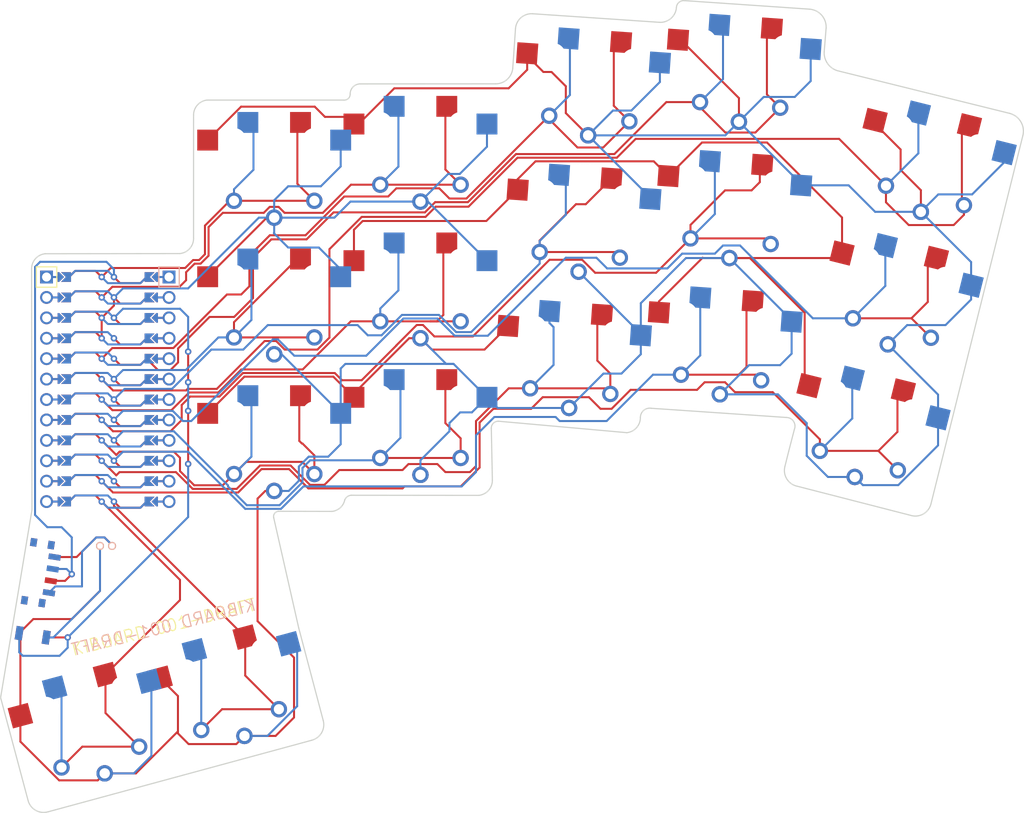
<source format=kicad_pcb>
(kicad_pcb (version 20211014) (generator pcbnew)
  (title_block (title "kiboard") (rev "v1.0.0") (company "Unknown"))
  (layers (0 "F.Cu" signal) (31 "B.Cu" signal) (34 "B.Paste" user) (35 "F.Paste" user) (36 "B.SilkS" user "B.Silkscreen") (37 "F.SilkS" user "F.Silkscreen") (38 "B.Mask" user) (39 "F.Mask" user) (44 "Edge.Cuts" user))
  (net 0 "")
  (net 1 "Switch11")
  (net 2 "GND")
  (net 3 "Switch06")
  (net 4 "Switch01")
  (net 5 "Switch12")
  (net 6 "Switch07")
  (net 7 "Switch02")
  (net 8 "Switch13")
  (net 9 "Switch08")
  (net 10 "Switch03")
  (net 11 "Switch14")
  (net 12 "Switch09")
  (net 13 "Switch04")
  (net 14 "Switch15")
  (net 15 "Switch10")
  (net 16 "Switch05")
  (net 17 "Switch16")
  (net 18 "Switch17")
  (net 19 "RAW")
  (net 20 "RST")
  (net 21 "VCC")
  (net 22 "P16")
  (net 23 "pos")
  (footprint "SW_SPST_B3U-1000P-Ben-Vallack" (layer "F.Cu") (at -13.243167 23.86139 -9)
    (fp_text reference "")
    (fp_text value "")
  )
  (footprint "PG1350" (layer "F.Cu") (at 55.086104 -27.265565 -4)
    (fp_text reference "S15" hide)
    (fp_text value "" hide)
  )
  (footprint "PG1350" (layer "F.Cu") (at 35 -19)
    (fp_text reference "S9" hide)
    (fp_text value "" hide)
  )
  (footprint "PG1350" (layer "F.Cu") (at 75.035924 -45.919375 176)
    (fp_text reference "S24" hide)
    (fp_text value "" hide)
  )
  (footprint "PG1350" (layer "F.Cu") (at 11.57333 30.682514 -165)
    (fp_text reference "S34" hide)
    (fp_text value "" hide)
  )
  (footprint "PG1350" (layer "F.Cu") (at -5.813335 35.341257 15)
    (fp_text reference "S31" hide)
    (fp_text value "" hide)
  )
  (footprint "PG1350" (layer "F.Cu") (at 16.8 -17 180)
    (fp_text reference "S4" hide)
    (fp_text value "" hide)
  )
  (footprint "PG1350" (layer "F.Cu") (at 16.8 -17)
    (fp_text reference "S3" hide)
    (fp_text value "" hide)
  )
  (footprint "PG1350" (layer "F.Cu") (at 35 -36)
    (fp_text reference "S11" hide)
    (fp_text value "" hide)
  )
  (footprint "lib:bat" (layer "F.Cu") (at -4.120835 12.743763 90)
    (fp_text reference "")
    (fp_text value "")
  )
  (footprint "PG1350" (layer "F.Cu") (at 56.271964 -44.224153 -4)
    (fp_text reference "S17" hide)
    (fp_text value "" hide)
  )
  (footprint "ProMicro" (layer "F.Cu") (at -3.9 -6.743356 -90)
    (fp_text reference "MCU1" hide)
    (fp_text value "")
  )
  (footprint "PG1350" (layer "F.Cu") (at 35 -2)
    (fp_text reference "S7" hide)
    (fp_text value "" hide)
  )
  (footprint "PG1350" (layer "F.Cu") (at 16.8 0)
    (fp_text reference "S1" hide)
    (fp_text value "" hide)
  )
  (footprint "PG1350" (layer "F.Cu") (at 35 -36 180)
    (fp_text reference "S12" hide)
    (fp_text value "" hide)
  )
  (footprint "PG1350" (layer "F.Cu") (at 53.900244 -10.306976 -4)
    (fp_text reference "S13" hide)
    (fp_text value "" hide)
  )
  (footprint "PG1350" (layer "F.Cu") (at 53.900244 -10.306976 176)
    (fp_text reference "S14" hide)
    (fp_text value "" hide)
  )
  (footprint "PG1350" (layer "F.Cu") (at 16.8 0 180)
    (fp_text reference "S2" hide)
    (fp_text value "" hide)
  )
  (footprint "PG1350" (layer "F.Cu") (at 72.664204 -12.002197 176)
    (fp_text reference "S20" hide)
    (fp_text value "" hide)
  )
  (footprint "PG1350" (layer "F.Cu") (at 56.271964 -44.224153 176)
    (fp_text reference "S18" hide)
    (fp_text value "" hide)
  )
  (footprint "PG1350" (layer "F.Cu") (at 75.035924 -45.919375 -4)
    (fp_text reference "S23" hide)
    (fp_text value "" hide)
  )
  (footprint "SW_SPDT_PCM12-Ben-Vallack" (layer "F.Cu") (at -12.285552 16.12522 -99)
    (fp_text reference "")
    (fp_text value "")
  )
  (footprint "PG1350" (layer "F.Cu") (at -5.813335 35.341257 -165)
    (fp_text reference "S32" hide)
    (fp_text value "" hide)
  )
  (footprint "PG1350" (layer "F.Cu") (at 94.576735 -18.056488 166)
    (fp_text reference "S28" hide)
    (fp_text value "" hide)
  )
  (footprint "PG1350" (layer "F.Cu") (at 90.464063 -1.561461 -14)
    (fp_text reference "S25" hide)
    (fp_text value "" hide)
  )
  (footprint "PG1350" (layer "F.Cu") (at 90.464063 -1.561461 166)
    (fp_text reference "S26" hide)
    (fp_text value "" hide)
  )
  (footprint "PG1350" (layer "F.Cu") (at 98.689407 -34.551516 166)
    (fp_text reference "S30" hide)
    (fp_text value "" hide)
  )
  (footprint "PG1350" (layer "F.Cu") (at 16.8 -34)
    (fp_text reference "S5" hide)
    (fp_text value "" hide)
  )
  (footprint "PG1350" (layer "F.Cu") (at 73.850064 -28.960786 176)
    (fp_text reference "S22" hide)
    (fp_text value "" hide)
  )
  (footprint "PG1350" (layer "F.Cu") (at 55.086104 -27.265565 176)
    (fp_text reference "S16" hide)
    (fp_text value "" hide)
  )
  (footprint "PG1350" (layer "F.Cu") (at 35 -19 180)
    (fp_text reference "S10" hide)
    (fp_text value "" hide)
  )
  (footprint "PG1350" (layer "F.Cu") (at 73.850064 -28.960786 -4)
    (fp_text reference "S21" hide)
    (fp_text value "" hide)
  )
  (footprint "PG1350" (layer "F.Cu") (at 98.689407 -34.551516 -14)
    (fp_text reference "S29" hide)
    (fp_text value "" hide)
  )
  (footprint "PG1350" (layer "F.Cu") (at 94.576735 -18.056488 -14)
    (fp_text reference "S27" hide)
    (fp_text value "" hide)
  )
  (footprint "PG1350" (layer "F.Cu") (at 16.8 -34 180)
    (fp_text reference "S6" hide)
    (fp_text value "" hide)
  )
  (footprint "PG1350" (layer "F.Cu") (at 72.664204 -12.002197 -4)
    (fp_text reference "S19" hide)
    (fp_text value "" hide)
  )
  (footprint "PG1350" (layer "F.Cu") (at 35 -2 180)
    (fp_text reference "S8" hide)
    (fp_text value "" hide)
  )
  (footprint "PG1350" (layer "F.Cu") (at 11.57333 30.682514 15)
    (fp_text reference "S33" hide)
    (fp_text value "" hide)
  )
  (gr_arc (start 25.577345 7.033881) (mid 25.902749 6.611479) (end 26.406779 6.437701) (layer "Edge.Cuts") (width 0.15))
  (gr_line (start 19.850739 22.94252) (end 22.903043 34.466406) (layer "Edge.Cuts") (width 0.15))
  (gr_line (start 83.403606 -54.040433) (end 67.824319 -55.103668) (layer "Edge.Cuts") (width 0.15))
  (gr_arc (start 22.903043 34.466406) (mid 22.703242 35.984044) (end 21.488829 36.915896) (layer "Edge.Cuts") (width 0.15))
  (gr_arc (start 6.768716 -40.854553) (mid 7.252951 -42.117848) (end 8.458283 -42.732317) (layer "Edge.Cuts") (width 0.15))
  (gr_line (start 80.80755 1) (end 80.341002 2.871219) (layer "Edge.Cuts") (width 0.15))
  (gr_arc (start 83.403606 -54.040433) (mid 84.914721 -53.293857) (end 85.472861 -51.701077) (layer "Edge.Cuts") (width 0.15))
  (gr_line (start 43.94802 4.576294) (end 43.815 -1.905) (layer "Edge.Cuts") (width 0.15))
  (gr_line (start 19.850739 22.94252) (end 16.74436 9.247227) (layer "Edge.Cuts") (width 0.15))
  (gr_arc (start 86.995 -46.355) (mid 85.684564 -47.231988) (end 85.233433 -48.742892) (layer "Edge.Cuts") (width 0.15))
  (gr_arc (start 81.79775 5.295655) (mid 80.567259 4.385139) (end 80.341002 2.871219) (layer "Edge.Cuts") (width 0.15))
  (gr_arc (start 108.305267 -41.075131) (mid 109.694623 -40.035561) (end 109.952453 -38.317862) (layer "Edge.Cuts") (width 0.15))
  (gr_arc (start 66.847853 -54.260866) (mid 67.160681 -54.88574) (end 67.824319 -55.103668) (layer "Edge.Cuts") (width 0.15))
  (gr_arc (start -11.369679 45.833012) (mid -12.887317 45.633211) (end -13.819169 44.418798) (layer "Edge.Cuts") (width 0.15))
  (gr_line (start 80.80755 1) (end 81.530155 -1.783638) (layer "Edge.Cuts") (width 0.15))
  (gr_line (start 86.995 -46.355) (end 108.305267 -41.075131) (layer "Edge.Cuts") (width 0.15))
  (gr_line (start 85.233433 -48.742892) (end 85.472861 -51.701077) (layer "Edge.Cuts") (width 0.15))
  (gr_arc (start 62.363719 -3.2248) (mid 62.773005 -4.120096) (end 63.715618 -4.383326) (layer "Edge.Cuts") (width 0.15))
  (gr_arc (start 16.74436 9.247227) (mid 16.840046 8.712397) (end 17.311759 8.433133) (layer "Edge.Cuts") (width 0.15))
  (gr_line (start 81.79775 5.295654) (end 96.09464 8.967607) (layer "Edge.Cuts") (width 0.15))
  (gr_arc (start -13.383456 -21.732937) (mid -12.898665 -22.995732) (end -11.693889 -23.610701) (layer "Edge.Cuts") (width 0.15))
  (gr_line (start -17.238704 31.61411) (end -13.335 8.255) (layer "Edge.Cuts") (width 0.15))
  (gr_arc (start 98.519076 7.510859) (mid 97.608559 8.741338) (end 96.09464 8.967607) (layer "Edge.Cuts") (width 0.15))
  (gr_line (start 6.769567 -38.961764) (end 6.769567 -25.511063) (layer "Edge.Cuts") (width 0.15))
  (gr_line (start 98.519076 7.510859) (end 109.952453 -38.317862) (layer "Edge.Cuts") (width 0.15))
  (gr_arc (start 46.483147 -46.693495) (mid 45.796645 -45.309046) (end 44.356003 -44.75) (layer "Edge.Cuts") (width 0.15))
  (gr_arc (start 46.824569 -51.613827) (mid 47.507567 -52.983769) (end 48.95921 -53.469442) (layer "Edge.Cuts") (width 0.15))
  (gr_arc (start 62.363719 -3.2248) (mid 61.878928 -1.962005) (end 60.674152 -1.347036) (layer "Edge.Cuts") (width 0.15))
  (gr_line (start 46.824569 -51.613827) (end 46.483147 -46.693495) (layer "Edge.Cuts") (width 0.15))
  (gr_line (start -13.383456 -21.732937) (end -13.335 8.255) (layer "Edge.Cuts") (width 0.15))
  (gr_line (start 80.519646 -3.239149) (end 63.715618 -4.383326) (layer "Edge.Cuts") (width 0.15))
  (gr_line (start 8.458283 -42.732317) (end 25.444556 -42.731539) (layer "Edge.Cuts") (width 0.15))
  (gr_line (start -17.238704 31.61411) (end -13.819169 44.418798) (layer "Edge.Cuts") (width 0.15))
  (gr_arc (start 6.769567 -25.511063) (mid 6.284776 -24.248268) (end 5.08 -23.633299) (layer "Edge.Cuts") (width 0.15))
  (gr_line (start 6.769567 -38.961764) (end 6.768716 -40.854553) (layer "Edge.Cuts") (width 0.15))
  (gr_arc (start 25.577345 7.033881) (mid 25.012249 7.997899) (end 23.990568 8.449092) (layer "Edge.Cuts") (width 0.15))
  (gr_line (start 60.674152 -1.347036) (end 44.728806 -2.770146) (layer "Edge.Cuts") (width 0.15))
  (gr_line (start 48.95921 -53.469442) (end 64.713211 -52.40525) (layer "Edge.Cuts") (width 0.15))
  (gr_line (start 42.258453 6.454058) (end 26.406779 6.437701) (layer "Edge.Cuts") (width 0.15))
  (gr_line (start -11.693889 -23.610701) (end 5.08 -23.633299) (layer "Edge.Cuts") (width 0.15))
  (gr_line (start 27.433904 -44.740295) (end 44.356003 -44.75) (layer "Edge.Cuts") (width 0.15))
  (gr_line (start 23.990568 8.449092) (end 17.311759 8.433133) (layer "Edge.Cuts") (width 0.15))
  (gr_arc (start 43.94802 4.576294) (mid 43.463229 5.839089) (end 42.258453 6.454058) (layer "Edge.Cuts") (width 0.15))
  (gr_arc (start 66.847853 -54.260866) (mid 66.164843 -52.890959) (end 64.713211 -52.40525) (layer "Edge.Cuts") (width 0.15))
  (gr_line (start -11.369679 45.833012) (end 21.488829 36.915896) (layer "Edge.Cuts") (width 0.15))
  (gr_arc (start 26.249999 -43.459349) (mid 26.012812 -42.912333) (end 25.444556 -42.731539) (layer "Edge.Cuts") (width 0.15))
  (gr_arc (start 80.519646 -3.239149) (mid 81.403324 -2.778603) (end 81.530155 -1.783638) (layer "Edge.Cuts") (width 0.15))
  (gr_arc (start 43.815 -1.905) (mid 44.083856 -2.536244) (end 44.728806 -2.770146) (layer "Edge.Cuts") (width 0.15))
  (gr_arc (start 26.249999 -43.459349) (mid 26.585537 -44.334121) (end 27.433904 -44.740295) (layer "Edge.Cuts") (width 0.15))
  (gr_text "KIBOARD 001-DRAFT" (at 3.048 22.86 14) (layer "B.SilkS") (effects (font (size 1.5 1.5)) (justify mirror)))
  (gr_text "KIBOARD 001-DRAFT" (at 3.048 22.86 14) (layer "F.SilkS") (effects (font (size 1.5 1.5))))
  (segment (start 11.8 3.8) (end 13.314 2.286) (width 0.25) (layer "F.Cu") (net 1))
  (segment (start 20.246697 0) (end 19.924999 -0.321698) (width 0.25) (layer "F.Cu") (net 1))
  (segment (start 21.8 3.8) (end 21.8 1.48) (width 0.25) (layer "F.Cu") (net 1))
  (segment (start -2.847 1.421644) (end -2.447 1.021644) (width 0.25) (layer "F.Cu") (net 1))
  (segment (start 6.848396 5.196) (end 10.404 5.196) (width 0.25) (layer "F.Cu") (net 1))
  (segment (start 21.8 1.48) (end 20.32 0) (width 0.25) (layer "F.Cu") (net 1))
  (segment (start 20.32 0) (end 20.246697 0) (width 0.25) (layer "F.Cu") (net 1))
  (segment (start 20.286 2.286) (end 21.8 3.8) (width 0.25) (layer "F.Cu") (net 1))
  (segment (start 5.08 3.427604) (end 6.848396 5.196) (width 0.25) (layer "F.Cu") (net 1))
  (segment (start 19.924999 -5.799999) (end 20.075 -5.95) (width 0.25) (layer "F.Cu") (net 1))
  (segment (start -4.662 -0.393356) (end -2.847 1.421644) (width 0.25) (layer "F.Cu") (net 1))
  (segment (start 10.404 5.196) (end 11.8 3.8) (width 0.25) (layer "F.Cu") (net 1))
  (segment (start -2.447 1.021644) (end 4.323644 1.021644) (width 0.25) (layer "F.Cu") (net 1))
  (segment (start 4.323644 1.021644) (end 5.08 1.778) (width 0.25) (layer "F.Cu") (net 1))
  (segment (start 5.08 1.778) (end 5.08 3.427604) (width 0.25) (layer "F.Cu") (net 1))
  (segment (start 13.314 2.286) (end 20.286 2.286) (width 0.25) (layer "F.Cu") (net 1))
  (segment (start 19.924999 -0.321698) (end 19.924999 -5.799999) (width 0.25) (layer "F.Cu") (net 1))
  (segment (start 13.97 1.63) (end 11.8 3.8) (width 0.25) (layer "B.Cu") (net 1))
  (segment (start 13.525 -5.95) (end 13.97 -5.505) (width 0.25) (layer "B.Cu") (net 1))
  (segment (start 13.97 -5.505) (end 13.97 1.63) (width 0.25) (layer "B.Cu") (net 1))
  (segment (start 70.031922 -37.454) (end 78.116 -37.454) (width 0.25) (layer "F.Cu") (net 2))
  (segment (start 48.278708 -48.241292) (end 48.278708 -48.542253) (width 0.25) (layer "F.Cu") (net 2))
  (segment (start 42.965912 -11.684) (end 36.416 -11.684) (width 0.25) (layer "F.Cu") (net 2))
  (segment (start 48.278708 -46.500708) (end 45.974 -44.196) (width 0.25) (layer "F.Cu") (net 2))
  (segment (start -14.776943 23.740745) (end -14.922237 23.595451) (width 0.25) (layer "F.Cu") (net 2))
  (segment (start 50.292 -46.228) (end 48.278708 -48.241292) (width 0.25) (layer "F.Cu") (net 2))
  (segment (start 70.104 -23.114) (end 70.142842 -23.075158) (width 0.25) (layer "F.Cu") (net 2))
  (segment (start -14.922237 23.595451) (end -13.170786 21.844) (width 0.25) (layer "F.Cu") (net 2))
  (segment (start 87.454745 -28.115255) (end 87.454745 -23.697001) (width 0.25) (layer "F.Cu") (net 2))
  (segment (start 8.525 -37.75) (end 12.685 -41.91) (width 0.25) (layer "F.Cu") (net 2))
  (segment (start -5.156084 41.91) (end -4.286303 41.040219) (width 0.25) (layer "F.Cu") (net 2))
  (segment (start -3.138 -18.173356) (end -3.138 -17.157356) (width 0.25) (layer "F.Cu") (net 2))
  (segment (start 24.158281 -8.316719) (end 26.725 -5.75) (width 0.25) (layer "F.Cu") (net 2))
  (segment (start 26.725 -6.230003) (end 33.594997 -13.1) (width 0.25) (layer "F.Cu") (net 2))
  (segment (start 13.100362 36.381476) (end 12.084363 37.397475) (width 0.25) (layer "F.Cu") (net 2))
  (segment (start 78.116 -37.454) (end 87.454745 -28.115255) (width 0.25) (layer "F.Cu") (net 2))
  (segment (start 74.624361 -42.977639) (end 67.364525 -50.237475) (width 0.25) (layer "F.Cu") (net 2))
  (segment (start 14.732 22.098) (end 14.732 6.858) (width 0.25) (layer "F.Cu") (net 2))
  (segment (start 25.835 -40.64) (end 26.725 -39.75) (width 0.25) (layer "F.Cu") (net 2))
  (segment (start 75.984842 -23.075158) (end 73.438501 -23.075158) (width 0.25) (layer "F.Cu") (net 2))
  (segment (start 4.826 35.814) (end 4.826 31.418298) (width 0.25) (layer "F.Cu") (net 2))
  (segment (start 49.316008 -35.11) (end 64.025694 -35.11) (width 0.25) (layer "F.Cu") (net 2))
  (segment (start 8.525 -3.75) (end 13.091719 -8.316719) (width 0.25) (layer "F.Cu") (net 2))
  (segment (start -9.951783 41.91) (end -5.156084 41.91) (width 0.25) (layer "F.Cu") (net 2))
  (segment (start 74.624361 -40.033747) (end 74.624361 -42.977639) (width 0.25) (layer "F.Cu") (net 2))
  (segment (start 70.142842 -23.075158) (end 73.438501 -23.075158) (width 0.25) (layer "F.Cu") (net 2))
  (segment (start 21.844 -41.91) (end 23.114 -40.64) (width 0.25) (layer "F.Cu") (net 2))
  (segment (start 87.454745 -23.697001) (end 86.832902 -23.075158) (width 0.25) (layer "F.Cu") (net 2))
  (segment (start 33.594997 -13.1) (end 35 -13.1) (width 0.25) (layer "F.Cu") (net 2))
  (segment (start 64.025694 -35.11) (end 65.856808 -33.278886) (width 0.25) (layer "F.Cu") (net 2))
  (segment (start 8.525 -20.75) (end 15.875 -28.1) (width 0.25) (layer "F.Cu") (net 2))
  (segment (start 23.114 -40.64) (end 25.835 -40.64) (width 0.25) (layer "F.Cu") (net 2))
  (segment (start 67.364525 -50.237475) (end 67.042668 -50.237475) (width 0.25) (layer "F.Cu") (net 2))
  (segment (start 6.155475 37.397475) (end 4.826 36.068) (width 0.25) (layer "F.Cu") (net 2))
  (segment (start 36.416 -11.684) (end 35 -13.1) (width 0.25) (layer "F.Cu") (net 2))
  (segment (start 47.092848 -32.88684) (end 49.316008 -35.11) (width 0.25) (layer "F.Cu") (net 2))
  (segment (start 94.742 -36.576) (end 91.567417 -39.750583) (width 0.25) (layer "F.Cu") (net 2))
  (segment (start -3.138 -17.157356) (end -4.662 -15.633356) (width 0.25) (layer "F.Cu") (net 2))
  (segment (start 91.567417 -39.750583) (end 91.567417 -40.192029) (width 0.25) (layer "F.Cu") (net 2))
  (segment (start 43.195183 -27.686) (end 47.092848 -31.583665) (width 0.25) (layer "F.Cu") (net 2))
  (segment (start 97.262068 -31.515932) (end 94.742 -34.036) (width 0.25) (layer "F.Cu") (net 2))
  (segment (start 65.856808 -33.278886) (end 70.031922 -37.454) (width 0.25) (layer "F.Cu") (net 2))
  (segment (start 97.262068 -28.826771) (end 97.262068 -31.515932) (width 0.25) (layer "F.Cu") (net 2))
  (segment (start 12.084363 37.397475) (end 6.155475 37.397475) (width 0.25) (layer "F.Cu") (net 2))
  (segment (start 64.670948 -16.320297) (end 64.670948 -17.680948) (width 0.25) (layer "F.Cu") (net 2))
  (segment (start 86.832902 -23.075158) (end 73.438501 -23.075158) (width 0.25) (layer "F.Cu") (net 2))
  (segment (start 31.75 -44.196) (end 27.304 -39.75) (width 0.25) (layer "F.Cu") (net 2))
  (segment (start 94.742 -34.036) (end 94.742 -36.576) (width 0.25) (layer "F.Cu") (net 2))
  (segment (start 53.086 -44.45) (end 51.308 -46.228) (width 0.25) (layer "F.Cu") (net 2))
  (segment (start 55.860401 -38.338525) (end 53.086 -41.112926) (width 0.25) (layer "F.Cu") (net 2))
  (segment (start 83.342073 -7.201974) (end 82.804 -7.740047) (width 0.25) (layer "F.Cu") (net 2))
  (segment (start 64.670948 -17.680948) (end 70.104 -23.114) (width 0.25) (layer "F.Cu") (net 2))
  (segment (start 14.732 6.858) (end 15.69 5.9) (width 0.25) (layer "F.Cu") (net 2))
  (segment (start -8.382 21.844) (end -4.870835 18.332835) (width 0.25) (layer "F.Cu") (net 2))
  (segment (start 51.308 -46.228) (end 50.292 -46.228) (width 0.25) (layer "F.Cu") (net 2))
  (segment (start 4.826 31.418298) (end 2.609722 29.20202) (width 0.25) (layer "F.Cu") (net 2))
  (segment (start 19.269753 26.635753) (end 14.732 22.098) (width 0.25) (layer "F.Cu") (net 2))
  (segment (start 27.819095 -27.686) (end 43.195183 -27.686) (width 0.25) (layer "F.Cu") (net 2))
  (segment (start 47.092848 -31.583665) (end 47.092848 -32.88684) (width 0.25) (layer "F.Cu") (net 2))
  (segment (start 12.685 -41.91) (end 21.844 -41.91) (width 0.25) (layer "F.Cu") (net 2))
  (segment (start -4.286303 41.040219) (end -0.400219 41.040219) (width 0.25) (layer "F.Cu") (net 2))
  (segment (start 45.974 -44.196) (end 31.75 -44.196) (width 0.25) (layer "F.Cu") (net 2))
  (segment (start -0.400219 41.040219) (end 4.826 35.814) (width 0.25) (layer "F.Cu") (net 2))
  (segment (start 16.977215 36.381476) (end 19.269753 34.088938) (width 0.25) (layer "F.Cu") (net 2))
  (segment (start -4.662 -15.633356) (end -4.662 -13.093356) (width 0.25) (layer "F.Cu") (net 2))
  (segment (start 45.906988 -14.625076) (end 42.965912 -11.684) (width 0.25) (layer "F.Cu") (net 2))
  (segment (start -13.170786 21.844) (end -8.382 21.844) (width 0.25) (layer "F.Cu") (net 2))
  (segment (start -14.776943 37.08484) (end -9.951783 41.91) (width 0.25) (layer "F.Cu") (net 2))
  (segment (start -14.776943 33.860763) (end -14.776943 37.08484) (width 0.25) (layer "F.Cu") (net 2))
  (segment (start 48.278708 -48.542253) (end 48.278708 -46.500708) (width 0.25) (layer "F.Cu") (net 2))
  (segment (start 82.804 -7.740047) (end 82.804 -16.256) (width 0.25) (layer "F.Cu") (net 2))
  (segment (start 27.304 -39.75) (end 26.725 -39.75) (width 0.25) (layer "F.Cu") (net 2))
  (segment (start 13.100362 36.381476) (end 16.977215 36.381476) (width 0.25) (layer "F.Cu") (net 2))
  (segment (start 13.091719 -8.316719) (end 24.158281 -8.316719) (width 0.25) (layer "F.Cu") (net 2))
  (segment (start 53.086 -41.112926) (end 53.086 -44.45) (width 0.25) (layer "F.Cu") (net 2))
  (segment (start 4.826 36.068) (end 4.826 35.814) (width 0.25) (layer "F.Cu") (net 2))
  (segment (start 19.269753 34.088938) (end 19.269753 26.635753) (width 0.25) (layer "F.Cu") (net 2))
  (segment (start 26.725 -22.75) (end 26.725 -26.591905) (width 0.25) (layer "F.Cu") (net 2))
  (segment (start 26.725 -5.75) (end 26.725 -6.230003) (width 0.25) (layer "F.Cu") (net 2))
  (segment (start -4.870835 18.332835) (end -4.870835 12.743763) (width 0.25) (layer "F.Cu") (net 2))
  (segment (start 15.69 5.9) (end 16.8 5.9) (width 0.25) (layer "F.Cu") (net 2))
  (segment (start 26.725 -26.591905) (end 27.819095 -27.686) (width 0.25) (layer "F.Cu") (net 2))
  (segment (start 15.875 -28.1) (end 16.8 -28.1) (width 0.25) (layer "F.Cu") (net 2))
  (segment (start -14.776943 33.860763) (end -14.776943 23.740745) (width 0.25) (layer "F.Cu") (net 2))
  (segment (start 82.804 -16.256) (end 75.984842 -23.075158) (width 0.25) (layer "F.Cu") (net 2))
  (segment (start 19.87 4.639604) (end 18.609604 5.9) (width 0.25) (layer "B.Cu") (net 2))
  (segment (start 90.052723 5.179283) (end 89.036724 4.163284) (width 0.25) (layer "B.Cu") (net 2))
  (segment (start 79.745593 -9.745952) (end 75.882024 -9.745952) (width 0.25) (layer "B.Cu") (net 2))
  (segment (start -10.665329 24.127329) (end -4.870835 18.332835) (width 0.25) (layer "B.Cu") (net 2))
  (segment (start 18.542 -32.004) (end 16.8 -30.262) (width 0.25) (layer "B.Cu") (net 2))
  (segment (start 25.075 -34.473) (end 22.606 -32.004) (width 0.25) (layer "B.Cu") (net 2))
  (segment (start 24.29 -28.1) (end 26.29 -30.1) (width 0.25) (layer "B.Cu") (net 2))
  (segment (start 55.860401 -38.338525) (end 58.947503 -41.425627) (width 0.25) (layer "B.Cu") (net 2))
  (segment (start 35 -30.1) (end 38.441 -33.541) (width 0.25) (layer "B.Cu") (net 2))
  (segment (start 88.271584 -32.124416) (end 82.366493 -32.124416) (width 0.25) (layer "B.Cu") (net 2))
  (segment (start 61.237627 -41.425627) (end 64.788393 -44.976393) (width 0.25) (layer "B.Cu") (net 2))
  (segment (start 81.180633 -11.180992) (end 79.745593 -9.745952) (width 0.25) (layer "B.Cu") (net 2))
  (segment (start 16.8 -26.198) (end 16.764 -26.162) (width 0.25) (layer "B.Cu") (net 2))
  (segment (start 103.513139 -17.915139) (end 103.513139 -19.693193) (width 0.25) (layer "B.Cu") (net 2))
  (segment (start 62.416673 -13.470606) (end 62.416673 -17.458673) (width 0.25) (layer "B.Cu") (net 2))
  (segment (start 94.448688 5.179283) (end 90.052723 5.179283) (width 0.25) (layer "B.Cu") (net 2))
  (segment (start 38.441 -33.541) (end 39.891 -33.541) (width 0.25) (layer "B.Cu") (net 2))
  (segment (start 35.925 -30.1) (end 35 -30.1) (width 0.25) (layer "B.Cu") (net 2))
  (segment (start 19.657241 25.980011) (end 18.595795 24.918565) (width 0.25) (layer "B.Cu") (net 2))
  (segment (start 15.960394 36.381476) (end 19.657241 32.684629) (width 0.25) (layer "B.Cu") (net 2))
  (segment (start 54.674541 -21.379937) (end 62.416673 -13.637805) (width 0.25) (layer "B.Cu") (net 2))
  (segment (start -0.654219 41.040219) (end 1.524 38.862) (width 0.25) (layer "B.Cu") (net 2))
  (segment (start 18.609604 5.9) (end 16.8 5.9) (width 0.25) (layer "B.Cu") (net 2))
  (segment (start 73.438501 -23.075158) (end 81.180633 -15.333026) (width 0.25) (layer "B.Cu") (net 2))
  (segment (start 19.87 2.861604) (end 19.87 4.639604) (width 0.25) (layer "B.Cu") (net 2))
  (segment (start 97.262068 -28.826771) (end 103.513139 -22.5757) (width 0.25) (layer "B.Cu") (net 2))
  (segment (start 6.090356 -19.298356) (end 14.892 -28.1) (width 0.25) (layer "B.Cu") (net 2))
  (segment (start 18.542 -24.384) (end 22.352 -24.384) (width 0.25) (layer "B.Cu") (net 2))
  (segment (start 81.575032 -43.120849) (end 83.552353 -45.09817) (width 0.25) (layer "B.Cu") (net 2))
  (segment (start -4.286303 41.040219) (end -0.654219 41.040219) (width 0.25) (layer "B.Cu") (net 2))
  (segment (start 25.075 -37.75) (end 25.075 -34.473) (width 0.25) (layer "B.Cu") (net 2))
  (segment (start 55.860401 -38.338525) (end 72.929139 -38.338525) (width 0.25) (layer "B.Cu") (net 2))
  (segment (start 14.892 -28.1) (end 16.8 -28.1) (width 0.25) (layer "B.Cu") (net 2))
  (segment (start 43.275 -36.925) (end 43.275 -39.75) (width 0.25) (layer "B.Cu") (net 2))
  (segment (start 97.262068 -28.826771) (end 91.569229 -28.826771) (width 0.25) (layer "B.Cu") (net 2))
  (segment (start 99.43108 -30.995783) (end 103.639783 -30.995783) (width 0.25) (layer "B.Cu") (net 2))
  (segment (start 35 3.9) (end 35 2.084) (width 0.25) (layer "B.Cu") (net 2))
  (segment (start 43.275 -5.75) (end 39.119 -9.906) (width 0.25) (layer "B.Cu") (net 2))
  (segment (start 16.8 -30.262) (end 16.8 -28.1) (width 0.25) (layer "B.Cu") (net 2))
  (segment (start 93.149396 -12.331743) (end 95.549653 -14.732) (width 0.25) (layer "B.Cu") (net 2))
  (segment (start 89.036724 4.163284) (end 85.697284 4.163284) (width 0.25) (layer "B.Cu") (net 2))
  (segment (start 100.33 -14.732) (end 103.513139 -17.915139) (width 0.25) (layer "B.Cu") (net 2))
  (segment (start 97.262068 -28.826771) (end 99.43108 -30.995783) (width 0.25) (layer "B.Cu") (net 2))
  (segment (start 26.29 -30.1) (end 35 -30.1) (width 0.25) (layer "B.Cu") (net 2))
  (segment (start 17.725 -11.1) (end 25.075 -3.75) (width 0.25) (layer "B.Cu") (net 2))
  (segment (start 19.657241 32.684629) (end 19.657241 25.980011) (width 0.25) (layer "B.Cu") (net 2))
  (segment (start 16.8 -11.1) (end 17.725 -11.1) (width 0.25) (layer "B.Cu") (net 2))
  (segment (start 1.524 29.892178) (end 1.20913 29.577308) (width 0.25) (layer "B.Cu") (net 2))
  (segment (start 16.8 -28.1) (end 16.8 -26.198) (width 0.25) (layer "B.Cu") (net 2))
  (segment (start 63.602533 -30.596393) (end 55.860401 -38.338525) (width 0.25) (layer "B.Cu") (net 2))
  (segment (start 103.513139 -22.5757) (end 103.513139 -19.693193) (width 0.25) (layer "B.Cu") (net 2))
  (segment (start 25.654 -9.906) (end 25.075 -9.327) (width 0.25) (layer "B.Cu") (net 2))
  (segment (start 25.075 -3.75) (end 25.075 0.090402) (width 0.25) (layer "B.Cu") (net 2))
  (segment (start 75.882024 -9.745952) (end 72.252641 -6.116569) (width 0.25) (layer "B.Cu") (net 2))
  (segment (start 91.569229 -28.826771) (end 88.271584 -32.124416) (width 0.25) (layer "B.Cu") (net 2))
  (segment (start 25.075 -21.661) (end 25.075 -20.75) (width 0.25) (layer "B.Cu") (net 2))
  (segment (start 53.488681 -4.421348) (end 57.764747 -8.697414) (width 0.25) (layer "B.Cu") (net 2))
  (segment (start 63.602533 -30.429195) (end 63.602533 -30.596393) (width 0.25) (layer "B.Cu") (net 2))
  (segment (start 13.100362 36.381476) (end 15.960394 36.381476) (width 0.25) (layer "B.Cu") (net 2))
  (segment (start 38.608 -1.524) (end 38.608 -2.54) (width 0.25) (layer "B.Cu") (net 2))
  (segment (start 81.180633 -15.165827) (end 81.180633 -11.180992) (width 0.25) (layer "B.Cu") (net 2))
  (segment (start 22.352 -24.384) (end 25.075 -21.661) (width 0.25) (layer "B.Cu") (net 2))
  (segment (start 25.075 0.090402) (end 23.525901 1.639501) (width 0.25) (layer "B.Cu") (net 2))
  (segment (start 83.058 -2.54) (end 79.481431 -6.116569) (width 0.25) (layer "B.Cu") (net 2))
  (segment (start 68.033158 -23.075158) (end 73.438501 -23.075158) (width 0.25) (layer "B.Cu") (net 2))
  (segment (start 95.549653 -14.732) (end 100.33 -14.732) (width 0.25) (layer "B.Cu") (net 2))
  (segment (start 1.524 38.862) (end 1.524 29.892178) (width 0.25) (layer "B.Cu") (net 2))
  (segment (start 64.788393 -44.976393) (end 64.788393 -47.387783) (width 0.25) (layer "B.Cu") (net 2))
  (segment (start 43.275 -5.75) (end 44.603652 -4.421348) (width 0.25) (layer "B.Cu") (net 2))
  (segment (start 43.275 -22.75) (end 35.925 -30.1) (width 0.25) (layer "B.Cu") (net 2))
  (segment (start 38.608 -2.54) (end 39.942999 -3.874999) (width 0.25) (layer "B.Cu") (net 2))
  (segment (start 77.711463 -43.120849) (end 81.575032 -43.120849) (width 0.25) (layer "B.Cu") (net 2))
  (segment (start 99.400467 -6.080672) (end 99.400467 -3.198166) (width 0.25) (layer "B.Cu") (net 2))
  (segment (start 35 -13.1) (end 38.194 -9.906) (width 0.25) (layer "B.Cu") (net 2))
  (segment (start -2.013 -19.298356) (end 6.090356 -19.298356) (width 0.25) (layer "B.Cu") (net 2))
  (segment (start 103.639783 -30.995783) (end 107.625811 -34.981811) (width 0.25) (layer "B.Cu") (net 2))
  (segment (start 39.119 -9.906) (end 25.654 -9.906) (width 0.25) (layer "B.Cu") (net 2))
  (segment (start 57.764747 -8.697414) (end 60.005414 -8.697414) (width 0.25) (layer "B.Cu") (net 2))
  (segment (start 62.416673 -17.458673) (end 68.033158 -23.075158) (width 0.25) (layer "B.Cu") (net 2))
  (segment (start 22.606 -32.004) (end 18.542 -32.004) (width 0.25) (layer "B.Cu") (net 2))
  (segment (start 83.058 1.524) (end 83.058 -2.54) (width 0.25) (layer "B.Cu") (net 2))
  (segment (start 16.764 -26.162) (end 18.542 -24.384) (width 0.25) (layer "B.Cu") (net 2))
  (segment (start 23.525901 1.639501) (end 21.092103 1.639501) (width 0.25) (layer "B.Cu") (net 2))
  (segment (start 39.942999 -3.874999) (end 41.399999 -3.874999) (width 0.25) (layer "B.Cu") (net 2))
  (segment (start 74.624361 -40.033747) (end 77.711463 -43.120849) (width 0.25) (layer "B.Cu") (net 2))
  (segment (start 99.400467 -3.198166) (end 99.400467 0.227504) (width 0.25) (layer "B.Cu") (net 2))
  (segment (start 44.603652 -4.421348) (end 53.488681 -4.421348) (width 0.25) (layer "B.Cu") (net 2))
  (segment (start 35 2.084) (end 38.608 -1.524) (width 0.25) (layer "B.Cu") (net 2))
  (segment (start 16.8 -28.1) (end 24.29 -28.1) (width 0.25) (layer "B.Cu") (net 2))
  (segment (start 60.005414 -8.697414) (end 62.416673 -11.108673) (width 0.25) (layer "B.Cu") (net 2))
  (segment (start 58.947503 -41.425627) (end 61.237627 -41.425627) (width 0.25) (layer "B.Cu") (net 2))
  (segment (start 41.399999 -3.874999) (end 43.275 -5.75) (width 0.25) (layer "B.Cu") (net 2))
  (segment (start 72.929139 -38.338525) (end 74.624361 -40.033747) (width 0.25) (layer "B.Cu") (net 2))
  (segment (start 99.400467 0.227504) (end 94.448688 5.179283) (width 0.25) (layer "B.Cu") (net 2))
  (segment (start 85.697284 4.163284) (end 83.058 1.524) (width 0.25) (layer "B.Cu") (net 2))
  (segment (start 93.149396 -12.331743) (end 99.400467 -6.080672) (width 0.25) (layer "B.Cu") (net 2))
  (segment (start 38.194 -9.906) (end 39.119 -9.906) (width 0.25) (layer "B.Cu") (net 2))
  (segment (start -11.564097 24.127329) (end -10.665329 24.127329) (width 0.25) (layer "B.Cu") (net 2))
  (segment (start 25.075 -9.327) (end 25.075 -3.75) (width 0.25) (layer "B.Cu") (net 2))
  (segment (start 81.180633 -15.333026) (end 81.180633 -15.165827) (width 0.25) (layer "B.Cu") (net 2))
  (segment (start 107.625811 -34.981811) (end 107.625811 -36.188221) (width 0.25) (layer "B.Cu") (net 2))
  (segment (start -4.870835 18.332835) (end -4.870835 12.743763) (width 0.25) (layer "B.Cu") (net 2))
  (segment (start 83.552353 -45.09817) (end 83.552353 -49.083005) (width 0.25) (layer "B.Cu") (net 2))
  (segment (start 79.481431 -6.116569) (end 72.252641 -6.116569) (width 0.25) (layer "B.Cu") (net 2))
  (segment (start -3.138 -18.173356) (end -2.013 -19.298356) (width 0.25) (layer "B.Cu") (net 2))
  (segment (start 74.624361 -40.033747) (end 82.366493 -32.291615) (width 0.25) (layer "B.Cu") (net 2))
  (segment (start 62.416673 -11.108673) (end 62.416673 -13.470606) (width 0.25) (layer "B.Cu") (net 2))
  (segment (start 39.891 -33.541) (end 43.275 -36.925) (width 0.25) (layer "B.Cu") (net 2))
  (segment (start 21.092103 1.639501) (end 19.87 2.861604) (width 0.25) (layer "B.Cu") (net 2))
  (segment (start 62.416673 -13.637805) (end 62.416673 -13.470606) (width 0.25) (layer "B.Cu") (net 2))
  (segment (start 82.366493 -32.291615) (end 82.366493 -32.124416) (width 0.25) (layer "B.Cu") (net 2))
  (segment (start 11.8 -15.094999) (end 19.655001 -22.95) (width 0.25) (layer "F.Cu") (net 3))
  (segment (start 11.8 -13.2) (end 11.8 -15.094999) (width 0.25) (layer "F.Cu") (net 3))
  (segment (start 11.8 -13.2) (end 21.8 -13.2) (width 0.25) (layer "F.Cu") (net 3))
  (segment (start 19.655001 -22.95) (end 20.075 -22.95) (width 0.25) (layer "F.Cu") (net 3))
  (segment (start 11.8 -13.2) (end 13.97 -15.37) (width 0.25) (layer "B.Cu") (net 3))
  (segment (start 13.97 -15.37) (end 13.97 -22.505) (width 0.25) (layer "B.Cu") (net 3))
  (segment (start 9.861239 -13.2) (end 11.8 -13.2) (width 0.25) (layer "B.Cu") (net 3))
  (segment (start -2.007356 -9.144) (end 5.805239 -9.144) (width 0.25) (layer "B.Cu") (net 3))
  (segment (start -3.138 -8.013356) (end -2.007356 -9.144) (width 0.25) (layer "B.Cu") (net 3))
  (segment (start 5.805239 -9.144) (end 9.861239 -13.2) (width 0.25) (layer "B.Cu") (net 3))
  (segment (start 13.97 -22.505) (end 13.525 -22.95) (width 0.25) (layer "B.Cu") (net 3))
  (segment (start 7.456604 -22.825) (end 6.713604 -22.825) (width 0.25) (layer "F.Cu") (net 4))
  (segment (start 19.685 -32.315) (end 19.685 -38.735) (width 0.25) (layer "F.Cu") (net 4))
  (segment (start 11.275604 -30.2) (end 8.186 -27.110396) (width 0.25) (layer "F.Cu") (net 4))
  (segment (start 5.72696 -21.838356) (end -3.537 -21.838356) (width 0.25) (layer "F.Cu") (net 4))
  (segment (start 11.8 -30.2) (end 11.275604 -30.2) (width 0.25) (layer "F.Cu") (net 4))
  (segment (start 19.63 -39.95) (end 20.075 -39.95) (width 0.25) (layer "F.Cu") (net 4))
  (segment (start -3.537 -21.838356) (end -4.662 -20.713356) (width 0.25) (layer "F.Cu") (net 4))
  (segment (start 8.186 -27.110396) (end 8.186 -23.554396) (width 0.25) (layer "F.Cu") (net 4))
  (segment (start 6.713604 -22.825) (end 5.72696 -21.838356) (width 0.25) (layer "F.Cu") (net 4))
  (segment (start 11.8 -30.2) (end 21.8 -30.2) (width 0.25) (layer "F.Cu") (net 4))
  (segment (start 8.186 -23.554396) (end 7.456604 -22.825) (width 0.25) (layer "F.Cu") (net 4))
  (segment (start 21.8 -30.2) (end 19.685 -32.315) (width 0.25) (layer "F.Cu") (net 4))
  (segment (start 11.8 -31.63684) (end 14.224 -34.06084) (width 0.25) (layer "B.Cu") (net 4))
  (segment (start 11.8 -30.2) (end 11.8 -31.63684) (width 0.25) (layer "B.Cu") (net 4))
  (segment (start 14.224 -39.251) (end 13.525 -39.95) (width 0.25) (layer "B.Cu") (net 4))
  (segment (start 14.224 -34.06084) (end 14.224 -39.251) (width 0.25) (layer "B.Cu") (net 4))
  (segment (start 40 -0.64) (end 38.1 -2.54) (width 0.25) (layer "F.Cu") (net 5))
  (segment (start 30 1.8) (end 40 1.8) (width 0.25) (layer "F.Cu") (net 5))
  (segment (start 38.1 -2.54) (end 38.1 -7.775) (width 0.25) (layer "F.Cu") (net 5))
  (segment (start 40 1.8) (end 40 -0.64) (width 0.25) (layer "F.Cu") (net 5))
  (segment (start 38.1 -7.775) (end 38.275 -7.95) (width 0.25) (layer "F.Cu") (net 5))
  (segment (start 13.394395 7.678) (end 11.050396 5.334) (width 0.25) (layer "B.Cu") (net 5))
  (segment (start 30 1.8) (end 29.710499 2.089501) (width 0.25) (layer "B.Cu") (net 5))
  (segment (start 32.512 -7.163) (end 32.512 -0.712) (width 0.25) (layer "B.Cu") (net 5))
  (segment (start 17.468 7.678) (end 13.394395 7.678) (width 0.25) (layer "B.Cu") (net 5))
  (segment (start 31.725 -7.95) (end 32.512 -7.163) (width 0.25) (layer "B.Cu") (net 5))
  (segment (start 20.32 3.048) (end 20.32 4.826) (width 0.25) (layer "B.Cu") (net 5))
  (segment (start 21.278499 2.089501) (end 20.32 3.048) (width 0.25) (layer "B.Cu") (net 5))
  (segment (start 32.512 -0.712) (end 30 1.8) (width 0.25) (layer "B.Cu") (net 5))
  (segment (start 4.318 -1.524) (end -2.007356 -1.524) (width 0.25) (layer "B.Cu") (net 5))
  (segment (start 11.050396 5.334) (end 11.050396 5.208396) (width 0.25) (layer "B.Cu") (net 5))
  (segment (start 20.32 4.826) (end 17.468 7.678) (width 0.25) (layer "B.Cu") (net 5))
  (segment (start 29.710499 2.089501) (end 21.278499 2.089501) (width 0.25) (layer "B.Cu") (net 5))
  (segment (start 11.050396 5.208396) (end 4.318 -1.524) (width 0.25) (layer "B.Cu") (net 5))
  (segment (start -2.007356 -1.524) (end -3.138 -0.393356) (width 0.25) (layer "B.Cu") (net 5))
  (segment (start 38.275 -23.946981) (end 38.275 -24.95) (width 0.25) (layer "F.Cu") (net 6))
  (segment (start 36.235 -15.2) (end 40 -15.2) (width 0.25) (layer "F.Cu") (net 6))
  (segment (start 37.846 -24.521) (end 38.275 -24.95) (width 0.25) (layer "F.Cu") (net 6))
  (segment (start 4.01696 -4.145356) (end -3.334 -4.145356) (width 0.25) (layer "F.Cu") (net 6))
  (segment (start 37.044 -15.2) (end 37.846 -16.002) (width 0.25) (layer "F.Cu") (net 6))
  (segment (start 6.221604 -6.35) (end 4.01696 -4.145356) (width 0.25) (layer "F.Cu") (net 6))
  (segment (start 9.852208 -6.35) (end 6.221604 -6.35) (width 0.25) (layer "F.Cu") (net 6))
  (segment (start 36.235 -15.2) (end 37.044 -15.2) (width 0.25) (layer "F.Cu") (net 6))
  (segment (start 12.718927 -9.216719) (end 9.852208 -6.35) (width 0.25) (layer "F.Cu") (net 6))
  (segment (start 20.349576 -9.216719) (end 12.718927 -9.216719) (width 0.25) (layer "F.Cu") (net 6))
  (segment (start 30 -15.2) (end 26.332857 -15.2) (width 0.25) (layer "F.Cu") (net 6))
  (segment (start 30 -15.2) (end 36.235 -15.2) (width 0.25) (layer "F.Cu") (net 6))
  (segment (start 37.846 -16.002) (end 37.846 -24.521) (width 0.25) (layer "F.Cu") (net 6))
  (segment (start 26.332857 -15.2) (end 20.349576 -9.216719) (width 0.25) (layer "F.Cu") (net 6))
  (segment (start -3.334 -4.145356) (end -4.662 -5.473356) (width 0.25) (layer "F.Cu") (net 6))
  (segment (start 32.258 -24.417) (end 32.258 -19.05) (width 0.25) (layer "B.Cu") (net 6))
  (segment (start 30 -16.792) (end 30 -15.2) (width 0.25) (layer "B.Cu") (net 6))
  (segment (start 32.258 -19.05) (end 30 -16.792) (width 0.25) (layer "B.Cu") (net 6))
  (segment (start 31.725 -24.95) (end 32.258 -24.417) (width 0.25) (layer "B.Cu") (net 6))
  (segment (start 15.505539 -28.702) (end 16.244539 -29.441) (width 0.25) (layer "F.Cu") (net 7))
  (segment (start 5.842 -21.317) (end 6.9 -22.375) (width 0.25) (layer "F.Cu") (net 7))
  (segment (start 16.244539 -29.441) (end 17.355461 -29.441) (width 0.25) (layer "F.Cu") (net 7))
  (segment (start 8.636 -26.924) (end 10.414 -28.702) (width 0.25) (layer "F.Cu") (net 7))
  (segment (start -4.662 -18.173356) (end -3.338 -19.497356) (width 0.25) (layer "F.Cu") (net 7))
  (segment (start 5.019356 -19.497356) (end 5.842 -20.32) (width 0.25) (layer "F.Cu") (net 7))
  (segment (start 8.636 -23.368) (end 8.636 -26.924) (width 0.25) (layer "F.Cu") (net 7))
  (segment (start 22.86 -28.702) (end 26.358 -32.2) (width 0.25) (layer "F.Cu") (net 7))
  (segment (start 17.355461 -29.441) (end 18.094461 -28.702) (width 0.25) (layer "F.Cu") (net 7))
  (segment (start 6.9 -22.375) (end 7.643 -22.375) (width 0.25) (layer "F.Cu") (net 7))
  (segment (start 38.1 -34.1) (end 38.1 -40.64) (width 0.25) (layer "F.Cu") (net 7))
  (segment (start 18.094461 -28.702) (end 22.86 -28.702) (width 0.25) (layer "F.Cu") (net 7))
  (segment (start 26.358 -32.2) (end 30 -32.2) (width 0.25) (layer "F.Cu") (net 7))
  (segment (start 30 -32.2) (end 40 -32.2) (width 0.25) (layer "F.Cu") (net 7))
  (segment (start 7.643 -22.375) (end 8.636 -23.368) (width 0.25) (layer "F.Cu") (net 7))
  (segment (start -3.338 -19.497356) (end 5.019356 -19.497356) (width 0.25) (layer "F.Cu") (net 7))
  (segment (start 40 -32.2) (end 38.1 -34.1) (width 0.25) (layer "F.Cu") (net 7))
  (segment (start 10.414 -28.702) (end 15.505539 -28.702) (width 0.25) (layer "F.Cu") (net 7))
  (segment (start 5.842 -20.32) (end 5.842 -21.317) (width 0.25) (layer "F.Cu") (net 7))
  (segment (start 30 -32.2) (end 32.258 -34.458) (width 0.25) (layer "B.Cu") (net 7))
  (segment (start 32.258 -41.417) (end 31.725 -41.95) (width 0.25) (layer "B.Cu") (net 7))
  (segment (start 32.258 -34.458) (end 32.258 -41.417) (width 0.25) (layer "B.Cu") (net 7))
  (segment (start 58.62299 -6.16745) (end 58.62299 -8.697414) (width 0.25) (layer "F.Cu") (net 8))
  (segment (start 45.981015 -6.865015) (end 48.647349 -6.865015) (width 0.25) (layer "F.Cu") (net 8))
  (segment (start 37.103 2.559) (end 38.1 3.556) (width 0.25) (layer "F.Cu") (net 8))
  (segment (start 12.134 5.646) (end 15.044 2.736) (width 0.25) (layer "F.Cu") (net 8))
  (segment (start 57.00493 -15.436643) (end 57.582317 -16.01403) (width 0.25) (layer "F.Cu") (net 8))
  (segment (start 57.925425 -6.865015) (end 58.62299 -6.16745) (width 0.25) (layer "F.Cu") (net 8))
  (segment (start 38.1 3.556) (end 41.157282 3.556) (width 0.25) (layer "F.Cu") (net 8))
  (segment (start 21.244539 5.141) (end 23.053 5.141) (width 0.25) (layer "F.Cu") (net 8))
  (segment (start 48.647349 -6.865015) (end 57.925425 -6.865015) (width 0.25) (layer "F.Cu") (net 8))
  (segment (start 32.766 3.302) (end 33.509 2.559) (width 0.25) (layer "F.Cu") (net 8))
  (segment (start 58.62299 -8.697414) (end 57.00493 -10.315474) (width 0.25) (layer "F.Cu") (net 8))
  (segment (start 57.00493 -10.315474) (end 57.00493 -15.436643) (width 0.25) (layer "F.Cu") (net 8))
  (segment (start -4.662 2.146644) (end -2.847 3.961644) (width 0.25) (layer "F.Cu") (net 8))
  (segment (start -2.847 3.961644) (end -2.447 3.561644) (width 0.25) (layer "F.Cu") (net 8))
  (segment (start 23.053 5.141) (end 24.892 3.302) (width 0.25) (layer "F.Cu") (net 8))
  (segment (start 41.157282 3.556) (end 41.91 2.803282) (width 0.25) (layer "F.Cu") (net 8))
  (segment (start 4.577644 3.561644) (end 6.662 5.646) (width 0.25) (layer "F.Cu") (net 8))
  (segment (start -2.447 3.561644) (end 4.577644 3.561644) (width 0.25) (layer "F.Cu") (net 8))
  (segment (start 33.509 2.559) (end 37.103 2.559) (width 0.25) (layer "F.Cu") (net 8))
  (segment (start 41.91 2.803282) (end 41.91 -2.794) (width 0.25) (layer "F.Cu") (net 8))
  (segment (start 41.91 -2.794) (end 45.981015 -6.865015) (width 0.25) (layer "F.Cu") (net 8))
  (segment (start 24.892 3.302) (end 32.766 3.302) (width 0.25) (layer "F.Cu") (net 8))
  (segment (start 18.839539 2.736) (end 21.244539 5.141) (width 0.25) (layer "F.Cu") (net 8))
  (segment (start 15.044 2.736) (end 18.839539 2.736) (width 0.25) (layer "F.Cu") (net 8))
  (segment (start 6.662 5.646) (end 12.134 5.646) (width 0.25) (layer "F.Cu") (net 8))
  (segment (start 48.647349 -6.865015) (end 51.562 -9.779666) (width 0.25) (layer "B.Cu") (net 8))
  (segment (start 51.562 -9.779666) (end 51.562 -14.478) (width 0.25) (layer "B.Cu") (net 8))
  (segment (start 51.048273 -14.991727) (end 51.048273 -16.470935) (width 0.25) (layer "B.Cu") (net 8))
  (segment (start 51.048273 -16.470935) (end 51.049012 -16.470196) (width 0.25) (layer "B.Cu") (net 8))
  (segment (start 51.562 -14.478) (end 51.048273 -14.991727) (width 0.25) (layer "B.Cu") (net 8))
  (segment (start 59.111285 -23.823604) (end 59.80885 -23.126039) (width 0.25) (layer "F.Cu") (net 9))
  (segment (start 54.345534 -29.772769) (end 55.568327 -29.772769) (width 0.25) (layer "F.Cu") (net 9))
  (segment (start 49.833209 -23.823604) (end 49.833209 -25.260444) (width 0.25) (layer "F.Cu") (net 9))
  (segment (start 55.568327 -29.772769) (end 58.768177 -32.972619) (width 0.25) (layer "F.Cu") (net 9))
  (segment (start 49.833209 -25.260444) (end 54.345534 -29.772769) (width 0.25) (layer "F.Cu") (net 9))
  (segment (start 49.833209 -23.823604) (end 59.111285 -23.823604) (width 0.25) (layer "F.Cu") (net 9))
  (segment (start 30.158461 -13.462) (end 28.448 -13.462) (width 0.25) (layer "B.Cu") (net 9))
  (segment (start 41.305445 -13.859) (end 39.444539 -13.859) (width 0.25) (layer "B.Cu") (net 9))
  (segment (start 53.086 -28.448) (end 49.833209 -25.195209) (width 0.25) (layer "B.Cu") (net 9))
  (segment (start 53.086 -32.577657) (end 53.086 -28.448) (width 0.25) (layer "B.Cu") (net 9))
  (segment (start 52.234133 -33.429524) (end 53.086 -32.577657) (width 0.25) (layer "B.Cu") (net 9))
  (segment (start 49.833209 -22.386764) (end 41.305445 -13.859) (width 0.25) (layer "B.Cu") (net 9))
  (segment (start 32.698461 -16.002) (end 30.158461 -13.462) (width 0.25) (layer "B.Cu") (net 9))
  (segment (start -1.814 -6.797356) (end -3.138 -5.473356) (width 0.25) (layer "B.Cu") (net 9))
  (segment (start 16.002 -14.732) (end 12.954 -11.684) (width 0.25) (layer "B.Cu") (net 9))
  (segment (start 49.833209 -25.195209) (end 49.833209 -23.823604) (width 0.25) (layer "B.Cu") (net 9))
  (segment (start 4.094991 -6.797356) (end -1.814 -6.797356) (width 0.25) (layer "B.Cu") (net 9))
  (segment (start 12.954 -11.684) (end 8.981635 -11.684) (width 0.25) (layer "B.Cu") (net 9))
  (segment (start 39.444539 -13.859) (end 37.301539 -16.002) (width 0.25) (layer "B.Cu") (net 9))
  (segment (start 49.833209 -23.823604) (end 49.833209 -22.386764) (width 0.25) (layer "B.Cu") (net 9))
  (segment (start 28.448 -13.462) (end 27.178 -14.732) (width 0.25) (layer "B.Cu") (net 9))
  (segment (start 37.301539 -16.002) (end 32.698461 -16.002) (width 0.25) (layer "B.Cu") (net 9))
  (segment (start 8.981635 -11.684) (end 4.094991 -6.797356) (width 0.25) (layer "B.Cu") (net 9))
  (segment (start 27.178 -14.732) (end 16.002 -14.732) (width 0.25) (layer "B.Cu") (net 9))
  (segment (start 32.004 -31.75) (end 30.988 -30.734) (width 0.25) (layer "F.Cu") (net 10))
  (segment (start 10.922 -18.542) (end 4.257356 -11.877356) (width 0.25) (layer "F.Cu") (net 10))
  (segment (start 40.716877 -30.48) (end 38.608 -30.48) (width 0.25) (layer "F.Cu") (net 10))
  (segment (start 51.019069 -40.782192) (end 40.716877 -30.48) (width 0.25) (layer "F.Cu") (net 10))
  (segment (start 12.7 -18.542) (end 10.922 -18.542) (width 0.25) (layer "F.Cu") (net 10))
  (segment (start 60.99471 -40.084627) (end 57.740083 -36.83) (width 0.25) (layer "F.Cu") (net 10))
  (segment (start 13.716 -23.368) (end 13.716 -19.558) (width 0.25) (layer "F.Cu") (net 10))
  (segment (start 54.536631 -36.83) (end 51.019069 -40.347562) (width 0.25) (layer "F.Cu") (net 10))
  (segment (start 51.019069 -40.347562) (end 51.019069 -40.782192) (width 0.25) (layer "F.Cu") (net 10))
  (segment (start 30.988 -30.734) (end 25.528396 -30.734) (width 0.25) (layer "F.Cu") (net 10))
  (segment (start 20.702396 -25.908) (end 16.256 -25.908) (width 0.25) (layer "F.Cu") (net 10))
  (segment (start 60.99471 -40.084627) (end 59.055 -42.024337) (width 0.25) (layer "F.Cu") (net 10))
  (segment (start 13.716 -19.558) (end 12.7 -18.542) (width 0.25) (layer "F.Cu") (net 10))
  (segment (start 38.608 -30.48) (end 37.338 -31.75) (width 0.25) (layer "F.Cu") (net 10))
  (segment (start 4.257356 -11.877356) (end -3.338 -11.877356) (width 0.25) (layer "F.Cu") (net 10))
  (segment (start -3.338 -11.877356) (end -4.662 -10.553356) (width 0.25) (layer "F.Cu") (net 10))
  (segment (start 57.740083 -36.83) (end 54.536631 -36.83) (width 0.25) (layer "F.Cu") (net 10))
  (segment (start 59.055 -42.024337) (end 59.055 -48.895) (width 0.25) (layer "F.Cu") (net 10))
  (segment (start 16.256 -25.908) (end 13.716 -23.368) (width 0.25) (layer "F.Cu") (net 10))
  (segment (start 37.338 -31.75) (end 32.004 -31.75) (width 0.25) (layer "F.Cu") (net 10))
  (segment (start 25.528396 -30.734) (end 20.702396 -25.908) (width 0.25) (layer "F.Cu") (net 10))
  (segment (start 51.019069 -40.782192) (end 53.594 -43.357123) (width 0.25) (layer "B.Cu") (net 10))
  (segment (start 53.594 -43.357123) (end 53.594 -50.214105) (width 0.25) (layer "B.Cu") (net 10))
  (segment (start 53.594 -50.214105) (end 53.419993 -50.388112) (width 0.25) (layer "B.Cu") (net 10))
  (segment (start 76.689385 -8.560236) (end 77.38695 -7.862671) (width 0.25) (layer "F.Cu") (net 11))
  (segment (start 74.600236 -8.560236) (end 75.565 -9.525) (width 0.25) (layer "F.Cu") (net 11))
  (segment (start 75.565 -9.525) (end 75.565 -16.51) (width 0.25) (layer "F.Cu") (net 11))
  (segment (start 67.411309 -8.560236) (end 74.600236 -8.560236) (width 0.25) (layer "F.Cu") (net 11))
  (segment (start 74.600236 -8.560236) (end 76.689385 -8.560236) (width 0.25) (layer "F.Cu") (net 11))
  (segment (start 44.196 -3.302) (end 51.816 -3.302) (width 0.25) (layer "B.Cu") (net 11))
  (segment (start 69.812972 -10.961899) (end 67.411309 -8.560236) (width 0.25) (layer "B.Cu") (net 11))
  (segment (start -3.138 2.146644) (end -2.013 1.021644) (width 0.25) (layer "B.Cu") (net 11))
  (segment (start 69.812233 -18.166156) (end 69.812972 -18.165417) (width 0.25) (layer "B.Cu") (net 11))
  (segment (start 63.932236 -8.560236) (end 67.411309 -8.560236) (width 0.25) (layer "B.Cu") (net 11))
  (segment (start 41.91 3.556) (end 41.91 -1.016) (width 0.25) (layer "B.Cu") (net 11))
  (segment (start -2.013 1.021644) (end 6.089595 1.021644) (width 0.25) (layer "B.Cu") (net 11))
  (segment (start 20.448396 5.334) (end 40.132 5.334) (width 0.25) (layer "B.Cu") (net 11))
  (segment (start 69.812972 -18.165417) (end 69.812972 -10.961899) (width 0.25) (layer "B.Cu") (net 11))
  (segment (start 52.324 -2.794) (end 58.166 -2.794) (width 0.25) (layer "B.Cu") (net 11))
  (segment (start 6.089595 1.021644) (end 13.195951 8.128) (width 0.25) (layer "B.Cu") (net 11))
  (segment (start 17.654396 8.128) (end 20.448396 5.334) (width 0.25) (layer "B.Cu") (net 11))
  (segment (start 13.195951 8.128) (end 17.654396 8.128) (width 0.25) (layer "B.Cu") (net 11))
  (segment (start 41.91 -1.016) (end 44.196 -3.302) (width 0.25) (layer "B.Cu") (net 11))
  (segment (start 58.166 -2.794) (end 63.932236 -8.560236) (width 0.25) (layer "B.Cu") (net 11))
  (segment (start 40.132 5.334) (end 41.91 3.556) (width 0.25) (layer "B.Cu") (net 11))
  (segment (start 51.816 -3.302) (end 52.324 -2.794) (width 0.25) (layer "B.Cu") (net 11))
  (segment (start 68.597169 -27.195169) (end 72.898 -31.496) (width 0.25) (layer "F.Cu") (net 12))
  (segment (start 77.875245 -25.518825) (end 78.57281 -24.82126) (width 0.25) (layer "F.Cu") (net 12))
  (segment (start 68.597169 -25.518825) (end 64.321102 -21.242758) (width 0.25) (layer "F.Cu") (net 12))
  (segment (start 24.344677 -8.766719) (end 12.905323 -8.766719) (width 0.25) (layer "F.Cu") (net 12))
  (segment (start 25.237396 -7.874) (end 24.344677 -8.766719) (width 0.25) (layer "F.Cu") (net 12))
  (segment (start 76.2 -31.496) (end 77.22447 -32.52047) (width 0.25) (layer "F.Cu") (net 12))
  (segment (start -3.252644 -1.524) (end -4.662 -2.933356) (width 0.25) (layer "F.Cu") (net 12))
  (segment (start 32.004 -12.192) (end 27.686 -7.874) (width 0.25) (layer "F.Cu") (net 12))
  (segment (start 35.306 -14.75) (end 34.544 -14.75) (width 0.25) (layer "F.Cu") (net 12))
  (segment (start 41.510719 -13.316719) (end 36.739281 -13.316719) (width 0.25) (layer "F.Cu") (net 12))
  (segment (start 5.295 -2.917365) (end 3.901635 -1.524) (width 0.25) (layer "F.Cu") (net 12))
  (segment (start 51.054 -22.86) (end 41.510719 -13.316719) (width 0.25) (layer "F.Cu") (net 12))
  (segment (start 56.735242 -21.242758) (end 55.118 -22.86) (width 0.25) (layer "F.Cu") (net 12))
  (segment (start 9.980604 -5.842) (end 6.35 -5.842) (width 0.25) (layer "F.Cu") (net 12))
  (segment (start 77.22447 -32.52047) (end 77.22447 -34.66784) (width 0.25) (layer "F.Cu") (net 12))
  (segment (start 72.898 -31.496) (end 76.2 -31.496) (width 0.25) (layer "F.Cu") (net 12))
  (segment (start 5.295 -4.787) (end 5.295 -2.917365) (width 0.25) (layer "F.Cu") (net 12))
  (segment (start 64.321102 -21.242758) (end 56.735242 -21.242758) (width 0.25) (layer "F.Cu") (net 12))
  (segment (start 6.35 -5.842) (end 5.295 -4.787) (width 0.25) (layer "F.Cu") (net 12))
  (segment (start 32.004 -12.21) (end 32.004 -12.192) (width 0.25) (layer "F.Cu") (net 12))
  (segment (start 12.905323 -8.766719) (end 9.980604 -5.842) (width 0.25) (layer "F.Cu") (net 12))
  (segment (start 68.597169 -25.518825) (end 68.597169 -27.195169) (width 0.25) (layer "F.Cu") (net 12))
  (segment (start 68.597169 -25.518825) (end 77.875245 -25.518825) (width 0.25) (layer "F.Cu") (net 12))
  (segment (start 34.544 -14.75) (end 32.004 -12.21) (width 0.25) (layer "F.Cu") (net 12))
  (segment (start 27.686 -7.874) (end 25.237396 -7.874) (width 0.25) (layer "F.Cu") (net 12))
  (segment (start 36.739281 -13.316719) (end 35.306 -14.75) (width 0.25) (layer "F.Cu") (net 12))
  (segment (start 55.118 -22.86) (end 51.054 -22.86) (width 0.25) (layer "F.Cu") (net 12))
  (segment (start 3.901635 -1.524) (end -3.252644 -1.524) (width 0.25) (layer "F.Cu") (net 12))
  (segment (start 71.628 -34.494838) (end 71.628 -28.549656) (width 0.25) (layer "B.Cu") (net 12))
  (segment (start 70.998093 -35.124745) (end 71.628 -34.494838) (width 0.25) (layer "B.Cu") (net 12))
  (segment (start 71.628 -28.549656) (end 68.597169 -25.518825) (width 0.25) (layer "B.Cu") (net 12))
  (segment (start 16.452 -25.4) (end 14.166 -23.114) (width 0.25) (layer "F.Cu") (net 13))
  (segment (start 65.591414 -42.477414) (end 59.124 -36.01) (width 0.25) (layer "F.Cu") (net 13))
  (segment (start 35.555461 -28.759) (end 24.189792 -28.759) (width 0.25) (layer "F.Cu") (net 13))
  (segment (start 40.903273 -30.03) (end 36.826461 -30.03) (width 0.25) (layer "F.Cu") (net 13))
  (segment (start 20.830792 -25.4) (end 16.452 -25.4) (width 0.25) (layer "F.Cu") (net 13))
  (segment (start 14.166 -18.097395) (end 11.816605 -15.748) (width 0.25) (layer "F.Cu") (net 13))
  (segment (start 3.901635 -9.144) (end 2.335356 -9.144) (width 0.25) (layer "F.Cu") (net 13))
  (segment (start 2.335356 -9.144) (end 0.926 -10.553356) (width 0.25) (layer "F.Cu") (net 13))
  (segment (start 59.124 -36.01) (end 46.883273 -36.01) (width 0.25) (layer "F.Cu") (net 13))
  (segment (start 69.783029 -41.846193) (end 72.936475 -38.692747) (width 0.25) (layer "F.Cu") (net 13))
  (segment (start 78.105 -43.433519) (end 78.105 -51.013432) (width 0.25) (layer "F.Cu") (net 13))
  (segment (start 11.816605 -15.748) (end 8.764396 -15.748) (width 0.25) (layer "F.Cu") (net 13))
  (segment (start 14.166 -23.114) (end 14.166 -18.097395) (width 0.25) (layer "F.Cu") (net 13))
  (segment (start 69.783029 -42.477414) (end 69.783029 -41.846193) (width 0.25) (layer "F.Cu") (net 13))
  (segment (start 36.826461 -30.03) (end 35.555461 -28.759) (width 0.25) (layer "F.Cu") (net 13))
  (segment (start 4.845 -10.087365) (end 3.901635 -9.144) (width 0.25) (layer "F.Cu") (net 13))
  (segment (start 46.883273 -36.01) (end 40.903273 -30.03) (width 0.25) (layer "F.Cu") (net 13))
  (segment (start 76.671568 -38.692747) (end 79.75867 -41.779849) (width 0.25) (layer "F.Cu") (net 13))
  (segment (start 72.936475 -38.692747) (end 76.671568 -38.692747) (width 0.25) (layer "F.Cu") (net 13))
  (segment (start 4.845 -11.828604) (end 4.845 -10.087365) (width 0.25) (layer "F.Cu") (net 13))
  (segment (start 78.105 -51.013432) (end 78.717997 -51.626429) (width 0.25) (layer "F.Cu") (net 13))
  (segment (start 79.75867 -41.779849) (end 78.105 -43.433519) (width 0.25) (layer "F.Cu") (net 13))
  (segment (start 24.189792 -28.759) (end 20.830792 -25.4) (width 0.25) (layer "F.Cu") (net 13))
  (segment (start 69.783029 -42.477414) (end 65.591414 -42.477414) (width 0.25) (layer "F.Cu") (net 13))
  (segment (start 8.764396 -15.748) (end 4.845 -11.828604) (width 0.25) (layer "F.Cu") (net 13))
  (segment (start 72.644 -45.338385) (end 72.644 -50.8) (width 0.25) (layer "B.Cu") (net 13))
  (segment (start 69.783029 -42.477414) (end 72.644 -45.338385) (width 0.25) (layer "B.Cu") (net 13))
  (segment (start 55.959652 -5.762348) (end 50.212348 -5.762348) (width 0.25) (layer "F.Cu") (net 14))
  (segment (start 84.693281 0.916053) (end 84.693281 -0.520787) (width 0.25) (layer "F.Cu") (net 14))
  (segment (start 84.693281 0.916053) (end 91.977019 0.916053) (width 0.25) (layer "F.Cu") (net 14))
  (segment (start 69.414955 -6.676955) (end 61.141045 -6.676955) (width 0.25) (layer "F.Cu") (net 14))
  (segment (start 61.141045 -6.676955) (end 58.78209 -4.318) (width 0.25) (layer "F.Cu") (net 14))
  (segment (start 50.212348 -5.762348) (end 48.768 -4.318) (width 0.25) (layer "F.Cu") (net 14))
  (segment (start 18.653143 3.186) (end 15.230397 3.186) (width 0.25) (layer "F.Cu") (net 14))
  (segment (start 32.763 5.591) (end 21.058143 5.591) (width 0.25) (layer "F.Cu") (net 14))
  (segment (start 21.058143 5.591) (end 18.653143 3.186) (width 0.25) (layer "F.Cu") (net 14))
  (segment (start 94.347748 -1.454676) (end 94.347748 -6.542426) (width 0.25) (layer "F.Cu") (net 14))
  (segment (start 33.02 5.334) (end 32.763 5.591) (width 0.25) (layer "F.Cu") (net 14))
  (segment (start 57.404 -4.318) (end 55.959652 -5.762348) (width 0.25) (layer "F.Cu") (net 14))
  (segment (start 70.358 -7.62) (end 69.414955 -6.676955) (width 0.25) (layer "F.Cu") (net 14))
  (segment (start 58.78209 -4.318) (end 57.404 -4.318) (width 0.25) (layer "F.Cu") (net 14))
  (segment (start -3.252644 6.096) (end -4.662 4.686644) (width 0.25) (layer "F.Cu") (net 14))
  (segment (start 42.36 2.989678) (end 40.015678 5.334) (width 0.25) (layer "F.Cu") (net 14))
  (segment (start 48.768 -4.318) (end 44.070396 -4.318) (width 0.25) (layer "F.Cu") (net 14))
  (segment (start 44.070396 -4.318) (end 42.36 -2.607604) (width 0.25) (layer "F.Cu") (net 14))
  (segment (start 40.015678 5.334) (end 33.02 5.334) (width 0.25) (layer "F.Cu") (net 14))
  (segment (start 42.36 -2.607604) (end 42.36 2.989678) (width 0.25) (layer "F.Cu") (net 14))
  (segment (start 91.977019 0.916053) (end 94.347748 -1.454676) (width 0.25) (layer "F.Cu") (net 14))
  (segment (start 84.693281 -0.520787) (end 78.825814 -6.388254) (width 0.25) (layer "F.Cu") (net 14))
  (segment (start 91.977019 0.916053) (end 94.396238 3.335272) (width 0.25) (layer "F.Cu") (net 14))
  (segment (start 74.129746 -6.388254) (end 72.898 -7.62) (width 0.25) (layer "F.Cu") (net 14))
  (segment (start 78.825814 -6.388254) (end 74.129746 -6.388254) (width 0.25) (layer "F.Cu") (net 14))
  (segment (start 15.230397 3.186) (end 12.320397 6.096) (width 0.25) (layer "F.Cu") (net 14))
  (segment (start 72.898 -7.62) (end 70.358 -7.62) (width 0.25) (layer "F.Cu") (net 14))
  (segment (start 12.320397 6.096) (end -3.252644 6.096) (width 0.25) (layer "F.Cu") (net 14))
  (segment (start 88.72578 -3.116446) (end 84.693281 0.916053) (width 0.25) (layer "B.Cu") (net 14))
  (segment (start 88.72578 -8.127015) (end 88.72578 -3.116446) (width 0.25) (layer "B.Cu") (net 14))
  (segment (start 98.121474 -21.965038) (end 98.121474 -17.610757) (width 0.25) (layer "F.Cu") (net 15))
  (segment (start 96.089691 -15.578974) (end 98.50891 -13.159755) (width 0.25) (layer "F.Cu") (net 15))
  (segment (start 99.193889 -23.037453) (end 98.121474 -21.965038) (width 0.25) (layer "F.Cu") (net 15))
  (segment (start 88.805953 -15.578974) (end 96.089691 -15.578974) (width 0.25) (layer "F.Cu") (net 15))
  (segment (start 98.121474 -17.610757) (end 96.089691 -15.578974) (width 0.25) (layer "F.Cu") (net 15))
  (segment (start 6.477 -2.794) (end 5.450347 -2.794) (width 0.25) (layer "B.Cu") (net 15))
  (segment (start 19.304 -10.922) (end 17.272 -12.954) (width 0.25) (layer "B.Cu") (net 15))
  (segment (start 83.820772 -15.578974) (end 74.761746 -24.638) (width 0.25) (layer "B.Cu") (net 15))
  (segment (start 32.884857 -15.552) (end 28.254857 -10.922) (width 0.25) (layer "B.Cu") (net 15))
  (segment (start 92.838452 -24.622042) (end 92.838452 -19.611473) (width 0.25) (layer "B.Cu") (net 15))
  (segment (start 92.838452 -19.611473) (end 88.805953 -15.578974) (width 0.25) (layer "B.Cu") (net 15))
  (segment (start 5.450347 -2.794) (end 4.185991 -4.058356) (width 0.25) (layer "B.Cu") (net 15))
  (segment (start 37.115143 -15.552) (end 32.884857 -15.552) (width 0.25) (layer "B.Cu") (net 15))
  (segment (start 28.254857 -10.922) (end 19.304 -10.922) (width 0.25) (layer "B.Cu") (net 15))
  (segment (start 4.185991 -4.058356) (end -2.013 -4.058356) (width 0.25) (layer "B.Cu") (net 15))
  (segment (start 39.258143 -13.409) (end 37.115143 -15.552) (width 0.25) (layer "B.Cu") (net 15))
  (segment (start 56.896 -23.114) (end 53.086 -23.114) (width 0.25) (layer "B.Cu") (net 15))
  (segment (start 72.644 -24.638) (end 71.628 -23.622) (width 0.25) (layer "B.Cu") (net 15))
  (segment (start 53.086 -23.114) (end 43.381 -13.409) (width 0.25) (layer "B.Cu") (net 15))
  (segment (start 88.805953 -15.578974) (end 83.820772 -15.578974) (width 0.25) (layer "B.Cu") (net 15))
  (segment (start 67.564 -23.622) (end 65.727039 -21.785039) (width 0.25) (layer "B.Cu") (net 15))
  (segment (start 65.727039 -21.785039) (end 58.224961 -21.785039) (width 0.25) (layer "B.Cu") (net 15))
  (segment (start 74.761746 -24.638) (end 72.644 -24.638) (width 0.25) (layer "B.Cu") (net 15))
  (segment (start 43.381 -13.409) (end 39.258143 -13.409) (width 0.25) (layer "B.Cu") (net 15))
  (segment (start 58.224961 -21.785039) (end 56.896 -23.114) (width 0.25) (layer "B.Cu") (net 15))
  (segment (start 71.628 -23.622) (end 67.564 -23.622) (width 0.25) (layer "B.Cu") (net 15))
  (segment (start -2.013 -4.058356) (end -3.138 -2.933356) (width 0.25) (layer "B.Cu") (net 15))
  (segment (start 17.272 -12.954) (end 16.637 -12.954) (width 0.25) (layer "B.Cu") (net 15))
  (segment (start 16.637 -12.954) (end 6.477 -2.794) (width 0.25) (layer "B.Cu") (net 15))
  (segment (start 92.918625 -30.017375) (end 95.758 -27.178) (width 0.25) (layer "F.Cu") (net 16))
  (segment (start 22.180461 -11.684) (end 18.112461 -11.684) (width 0.25) (layer "F.Cu") (net 16))
  (segment (start 95.758 -27.178) (end 101.346 -27.178) (width 0.25) (layer "F.Cu") (net 16))
  (segment (start 102.621582 -29.654783) (end 102.362 -29.914365) (width 0.25) (layer "F.Cu") (net 16))
  (segment (start 23.675001 -24.178302) (end 23.675001 -13.17854) (width 0.25) (layer "F.Cu") (net 16))
  (segment (start 23.675001 -13.17854) (end 22.180461 -11.684) (width 0.25) (layer "F.Cu") (net 16))
  (segment (start 40.973669 -29.464) (end 36.896857 -29.464) (width 0.25) (layer "F.Cu") (net 16))
  (segment (start 5.839208 -6.604) (end -3.252644 -6.604) (width 0.25) (layer "F.Cu") (net 16))
  (segment (start 59.436 -35.56) (end 47.069669 -35.56) (width 0.25) (layer "F.Cu") (net 16))
  (segment (start 102.621582 -28.453582) (end 102.621582 -29.654783) (width 0.25) (layer "F.Cu") (net 16))
  (segment (start 101.346 -27.178) (end 102.621582 -28.453582) (width 0.25) (layer "F.Cu") (net 16))
  (segment (start 47.069669 -35.56) (end 40.973669 -29.464) (width 0.25) (layer "F.Cu") (net 16))
  (segment (start 9.665812 -6.8) (end 6.035208 -6.8) (width 0.25) (layer "F.Cu") (net 16))
  (segment (start 92.918625 -32.074002) (end 92.918625 -30.017375) (width 0.25) (layer "F.Cu") (net 16))
  (segment (start 35.626857 -28.194) (end 27.690699 -28.194) (width 0.25) (layer "F.Cu") (net 16))
  (segment (start 15.615812 -12.75) (end 9.665812 -6.8) (width 0.25) (layer "F.Cu") (net 16))
  (segment (start 36.896857 -29.464) (end 35.626857 -28.194) (width 0.25) (layer "F.Cu") (net 16))
  (segment (start 87.088627 -37.904) (end 61.78 -37.904) (width 0.25) (layer "F.Cu") (net 16))
  (segment (start 6.035208 -6.8) (end 5.839208 -6.604) (width 0.25) (layer "F.Cu") (net 16))
  (segment (start 102.362 -38.58792) (end 103.306561 -39.532481) (width 0.25) (layer "F.Cu") (net 16))
  (segment (start 61.78 -37.904) (end 59.436 -35.56) (width 0.25) (layer "F.Cu") (net 16))
  (segment (start -3.252644 -6.604) (end -4.662 -8.013356) (width 0.25) (layer "F.Cu") (net 16))
  (segment (start 102.362 -29.914365) (end 102.362 -38.58792) (width 0.25) (layer "F.Cu") (net 16))
  (segment (start 27.690699 -28.194) (end 23.675001 -24.178302) (width 0.25) (layer "F.Cu") (net 16))
  (segment (start 18.112461 -11.684) (end 17.046461 -12.75) (width 0.25) (layer "F.Cu") (net 16))
  (segment (start 92.918625 -32.074002) (end 87.088627 -37.904) (width 0.25) (layer "F.Cu") (net 16))
  (segment (start 17.046461 -12.75) (end 15.615812 -12.75) (width 0.25) (layer "F.Cu") (net 16))
  (segment (start 96.951124 -41.11707) (end 96.951124 -36.106501) (width 0.25) (layer "B.Cu") (net 16))
  (segment (start 96.951124 -36.106501) (end 92.918625 -32.074002) (width 0.25) (layer "B.Cu") (net 16))
  (segment (start -4.189901 28.746366) (end 5.08 19.476465) (width 0.25) (layer "F.Cu") (net 17))
  (segment (start 5.08 19.476465) (end 5.08 16.968644) (width 0.25) (layer "F.Cu") (net 17))
  (segment (start 5.08 16.968644) (end -4.662 7.226644) (width 0.25) (layer "F.Cu") (net 17))
  (segment (start -7.071262 37.71768) (end -0.000193 37.71768) (width 0.25) (layer "F.Cu") (net 17))
  (segment (start -4.189901 28.746366) (end -4.189901 33.527972) (width 0.25) (layer "F.Cu") (net 17))
  (segment (start -4.189901 33.527972) (end -0.000193 37.71768) (width 0.25) (layer "F.Cu") (net 17))
  (segment (start -9.659452 40.30587) (end -7.071262 37.71768) (width 0.25) (layer "F.Cu") (net 17))
  (segment (start -9.659452 31.298894) (end -10.516715 30.441631) (width 0.25) (layer "B.Cu") (net 17))
  (segment (start -9.659452 40.30587) (end -9.659452 31.298894) (width 0.25) (layer "B.Cu") (net 17))
  (segment (start 7.727213 35.647127) (end 10.315403 33.058937) (width 0.25) (layer "F.Cu") (net 18))
  (segment (start 13.196764 24.087623) (end -3.138 7.752859) (width 0.25) (layer "F.Cu") (net 18))
  (segment (start 10.315403 33.058937) (end 17.386472 33.058937) (width 0.25) (layer "F.Cu") (net 18))
  (segment (start 13.196764 28.869229) (end 17.386472 33.058937) (width 0.25) (layer "F.Cu") (net 18))
  (segment (start -3.138 7.752859) (end -3.138 7.226644) (width 0.25) (layer "F.Cu") (net 18))
  (segment (start 13.196764 24.087623) (end 13.196764 28.869229) (width 0.25) (layer "F.Cu") (net 18))
  (segment (start 7.727213 35.647127) (end 7.727213 26.640151) (width 0.25) (layer "B.Cu") (net 18))
  (segment (start 7.727213 26.640151) (end 6.86995 25.782888) (width 0.25) (layer "B.Cu") (net 18))
  (segment (start -8.382 16.256) (end -9.215688 17.089688) (width 0.25) (layer "F.Cu") (net 19))
  (segment (start -9.215688 17.089688) (end -10.990484 17.089688) (width 0.25) (layer "F.Cu") (net 19))
  (via (at -8.382 16.256) (size 0.8) (drill 0.4) (layers "F.Cu" "B.Cu") (net 19))
  (segment (start -9.652 10.414) (end -11.43 10.414) (width 0.25) (layer "B.Cu") (net 19))
  (segment (start -8.382 11.684) (end -9.652 10.414) (width 0.25) (layer "B.Cu") (net 19))
  (segment (start -11.43 10.414) (end -12.954 8.89) (width 0.25) (layer "B.Cu") (net 19))
  (segment (start -9.029845 15.608155) (end -10.755832 15.608155) (width 0.25) (layer "B.Cu") (net 19))
  (segment (start -4.064 -22.606) (end -3.138 -21.68) (width 0.25) (layer "B.Cu") (net 19))
  (segment (start -12.319 -22.606) (end -4.064 -22.606) (width 0.25) (layer "B.Cu") (net 19))
  (segment (start -3.138 -21.68) (end -3.138 -20.713356) (width 0.25) (layer "B.Cu") (net 19))
  (segment (start -8.382 16.256) (end -8.382 11.684) (width 0.25) (layer "B.Cu") (net 19))
  (segment (start -8.382 16.256) (end -9.029845 15.608155) (width 0.25) (layer "B.Cu") (net 19))
  (segment (start -12.954 -21.971) (end -12.319 -22.606) (width 0.25) (layer "B.Cu") (net 19))
  (segment (start -12.954 8.89) (end -12.954 -21.971) (width 0.25) (layer "B.Cu") (net 19))
  (segment (start -8.892671 24.127329) (end -8.89 24.13) (width 0.25) (layer "F.Cu") (net 20))
  (segment (start -11.564097 24.127329) (end -8.892671 24.127329) (width 0.25) (layer "F.Cu") (net 20))
  (segment (start 6.096 -7.62) (end 6.096 -11.43) (width 0.25) (layer "F.Cu") (net 20))
  (segment (start 6.096 2.54) (end 6.096 -4.064) (width 0.25) (layer "F.Cu") (net 20))
  (via (at 6.096 2.54) (size 0.8) (drill 0.4) (layers "F.Cu" "B.Cu") (net 20))
  (via (at 6.096 -7.62) (size 0.8) (drill 0.4) (layers "F.Cu" "B.Cu") (net 20))
  (via (at 6.096 -11.43) (size 0.8) (drill 0.4) (layers "F.Cu" "B.Cu") (net 20))
  (via (at 6.096 -4.064) (size 0.8) (drill 0.4) (layers "F.Cu" "B.Cu") (net 20))
  (via (at -8.89 24.13) (size 0.8) (drill 0.4) (layers "F.Cu" "B.Cu") (net 20))
  (segment (start -2.007356 -16.764) (end -3.138 -15.633356) (width 0.25) (layer "B.Cu") (net 20))
  (segment (start -9.906 26.416) (end -8.89 25.4) (width 0.25) (layer "B.Cu") (net 20))
  (segment (start -14.922237 23.595451) (end -14.922237 25.971763) (width 0.25) (layer "B.Cu") (net 20))
  (segment (start -8.89 25.4) (end -8.89 24.13) (width 0.25) (layer "B.Cu") (net 20))
  (segment (start 5.08 -16.764) (end -2.007356 -16.764) (width 0.25) (layer "B.Cu") (net 20))
  (segment (start 6.096 -11.43) (end 6.096 -15.748) (width 0.25) (layer "B.Cu") (net 20))
  (segment (start 6.096 -15.748) (end 5.08 -16.764) (width 0.25) (layer "B.Cu") (net 20))
  (segment (start -14.922237 25.971763) (end -14.478 26.416) (width 0.25) (layer "B.Cu") (net 20))
  (segment (start 6.096 -4.064) (end 6.096 -7.62) (width 0.25) (layer "B.Cu") (net 20))
  (segment (start -8.89 24.13) (end 6.096 9.144) (width 0.25) (layer "B.Cu") (net 20))
  (segment (start -14.478 26.416) (end -9.906 26.416) (width 0.25) (layer "B.Cu") (net 20))
  (segment (start 6.096 2.54) (end 6.096 9.144) (width 0.25) (layer "B.Cu") (net 20))
  (segment (start -4.318 11.684) (end -5.334 11.684) (width 0.25) (layer "F.Cu") (net 23))
  (segment (start -3.370835 12.631165) (end -4.318 11.684) (width 0.25) (layer "F.Cu") (net 23))
  (segment (start -3.370835 12.743763) (end -3.370835 12.631165) (width 0.25) (layer "F.Cu") (net 23))
  (segment (start -5.334 11.684) (end -7.776623 14.126623) (width 0.25) (layer "F.Cu") (net 23))
  (segment (start -7.776623 14.126623) (end -10.52118 14.126623) (width 0.25) (layer "F.Cu") (net 23))
  (segment (start -3.370835 12.631165) (end -3.370835 12.743763) (width 0.25) (layer "B.Cu") (net 23))
  (segment (start -10.433915 17.78) (end -7.112 17.78) (width 0.25) (layer "B.Cu") (net 23))
  (segment (start -4.318 11.684) (end -3.370835 12.631165) (width 0.25) (layer "B.Cu") (net 23))
  (segment (start -11.225135 18.57122) (end -10.433915 17.78) (width 0.25) (layer "B.Cu") (net 23))
  (segment (start -7.112 13.462) (end -5.334 11.684) (width 0.25) (layer "B.Cu") (net 23))
  (segment (start -5.334 11.684) (end -4.318 11.684) (width 0.25) (layer "B.Cu") (net 23))
  (segment (start -7.112 17.78) (end -7.112 13.462) (width 0.25) (layer "B.Cu") (net 23))
)
</source>
